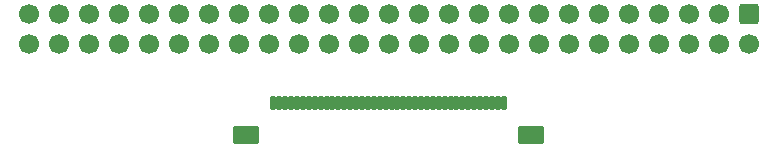
<source format=gbr>
%TF.GenerationSoftware,KiCad,Pcbnew,7.0.7*%
%TF.CreationDate,2023-09-18T17:25:18-04:00*%
%TF.ProjectId,N64 Cart FFC,4e363420-4361-4727-9420-4646432e6b69,rev?*%
%TF.SameCoordinates,Original*%
%TF.FileFunction,Soldermask,Bot*%
%TF.FilePolarity,Negative*%
%FSLAX46Y46*%
G04 Gerber Fmt 4.6, Leading zero omitted, Abs format (unit mm)*
G04 Created by KiCad (PCBNEW 7.0.7) date 2023-09-18 17:25:18*
%MOMM*%
%LPD*%
G01*
G04 APERTURE LIST*
G04 Aperture macros list*
%AMRoundRect*
0 Rectangle with rounded corners*
0 $1 Rounding radius*
0 $2 $3 $4 $5 $6 $7 $8 $9 X,Y pos of 4 corners*
0 Add a 4 corners polygon primitive as box body*
4,1,4,$2,$3,$4,$5,$6,$7,$8,$9,$2,$3,0*
0 Add four circle primitives for the rounded corners*
1,1,$1+$1,$2,$3*
1,1,$1+$1,$4,$5*
1,1,$1+$1,$6,$7*
1,1,$1+$1,$8,$9*
0 Add four rect primitives between the rounded corners*
20,1,$1+$1,$2,$3,$4,$5,0*
20,1,$1+$1,$4,$5,$6,$7,0*
20,1,$1+$1,$6,$7,$8,$9,0*
20,1,$1+$1,$8,$9,$2,$3,0*%
G04 Aperture macros list end*
%ADD10RoundRect,0.076200X0.150000X0.500000X-0.150000X0.500000X-0.150000X-0.500000X0.150000X-0.500000X0*%
%ADD11RoundRect,0.076200X1.000000X0.650000X-1.000000X0.650000X-1.000000X-0.650000X1.000000X-0.650000X0*%
%ADD12RoundRect,0.250000X-0.600000X0.600000X-0.600000X-0.600000X0.600000X-0.600000X0.600000X0.600000X0*%
%ADD13C,1.700000*%
G04 APERTURE END LIST*
D10*
%TO.C,J2*%
X171750000Y-79575000D03*
X171250000Y-79575000D03*
X170750000Y-79575000D03*
X170250000Y-79575000D03*
X169750000Y-79575000D03*
X169250000Y-79575000D03*
X168750000Y-79575000D03*
X168250000Y-79575000D03*
X167750000Y-79575000D03*
X167250000Y-79575000D03*
X166750000Y-79575000D03*
X166250000Y-79575000D03*
X165750000Y-79575000D03*
X165250000Y-79575000D03*
X164750000Y-79575000D03*
X164250000Y-79575000D03*
X163750000Y-79575000D03*
X163250000Y-79575000D03*
X162750000Y-79575000D03*
X162250000Y-79575000D03*
X161750000Y-79575000D03*
X161250000Y-79575000D03*
X160750000Y-79575000D03*
X160250000Y-79575000D03*
X159750000Y-79575000D03*
X159250000Y-79575000D03*
X158750000Y-79575000D03*
X158250000Y-79575000D03*
X157750000Y-79575000D03*
X157250000Y-79575000D03*
X156750000Y-79575000D03*
X156250000Y-79575000D03*
X155750000Y-79575000D03*
X155250000Y-79575000D03*
X154750000Y-79575000D03*
X154250000Y-79575000D03*
X153750000Y-79575000D03*
X153250000Y-79575000D03*
X152750000Y-79575000D03*
X152250000Y-79575000D03*
D11*
X174050000Y-82275000D03*
X149950000Y-82275000D03*
%TD*%
D12*
%TO.C,J1*%
X192480000Y-72000000D03*
D13*
X192480000Y-74540000D03*
X189940000Y-72000000D03*
X189940000Y-74540000D03*
X187400000Y-72000000D03*
X187400000Y-74540000D03*
X184860000Y-72000000D03*
X184860000Y-74540000D03*
X182320000Y-72000000D03*
X182320000Y-74540000D03*
X179780000Y-72000000D03*
X179780000Y-74540000D03*
X177240000Y-72000000D03*
X177240000Y-74540000D03*
X174700000Y-72000000D03*
X174700000Y-74540000D03*
X172160000Y-72000000D03*
X172160000Y-74540000D03*
X169620000Y-72000000D03*
X169620000Y-74540000D03*
X167080000Y-72000000D03*
X167080000Y-74540000D03*
X164540000Y-72000000D03*
X164540000Y-74540000D03*
X162000000Y-72000000D03*
X162000000Y-74540000D03*
X159460000Y-72000000D03*
X159460000Y-74540000D03*
X156920000Y-72000000D03*
X156920000Y-74540000D03*
X154380000Y-72000000D03*
X154380000Y-74540000D03*
X151840000Y-72000000D03*
X151840000Y-74540000D03*
X149300000Y-72000000D03*
X149300000Y-74540000D03*
X146760000Y-72000000D03*
X146760000Y-74540000D03*
X144220000Y-72000000D03*
X144220000Y-74540000D03*
X141680000Y-72000000D03*
X141680000Y-74540000D03*
X139140000Y-72000000D03*
X139140000Y-74540000D03*
X136600000Y-72000000D03*
X136600000Y-74540000D03*
X134060000Y-72000000D03*
X134060000Y-74540000D03*
X131520000Y-72000000D03*
X131520000Y-74540000D03*
%TD*%
M02*

</source>
